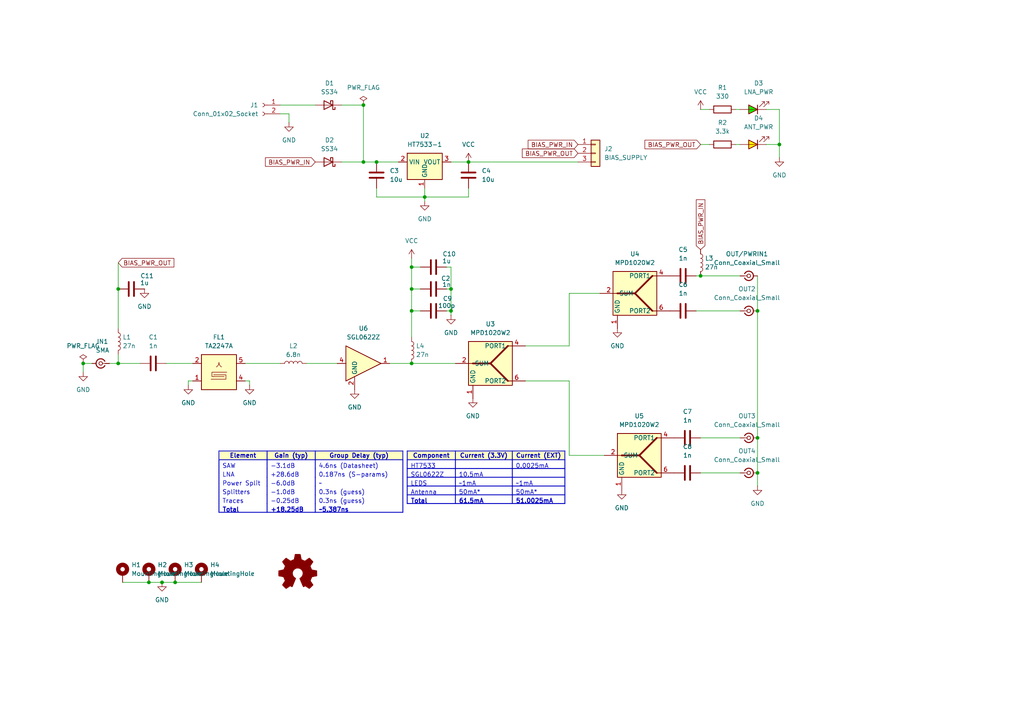
<source format=kicad_sch>
(kicad_sch (version 20250114) (generator "eeschema") (generator_version "9.0")
  (paper "A4")
  (title_block (title "4-way GNSS Distribution Amplifier") (date "2025-11-11") (rev "1") (company "VE7XEN"))
  (lib_symbols
    (symbol "Connector:Conn_01x02_Socket" (pin_names (offset 1.016) (hide yes))
      (property "Reference" "J" (at 0 2.54 0))
      (property "Value" "Conn_01x02_Socket" (at 0 -5.08 0))
      (symbol "Conn_01x02_Socket_1_1"
        (polyline (pts (xy -1.27 0) (xy -0.508 0)) (stroke (width 0.1524)))
        (polyline (pts (xy -1.27 -2.54) (xy -0.508 -2.54)) (stroke (width 0.1524)))
        (arc (start 0 -0.508) (mid -0.5058 0) (end 0 0.508) (stroke (width 0.1524)))
        (arc (start 0 -3.048) (mid -0.5058 -2.54) (end 0 -2.032) (stroke (width 0.1524)))
        (pin passive line (at -5.08 0 0) (length 3.81) (name "Pin_1") (number "1"))
        (pin passive line (at -5.08 -2.54 0) (length 3.81) (name "Pin_2") (number "2"))
      )
    )
    (symbol "Connector:Conn_Coaxial_Small" (pin_numbers (hide yes)) (pin_names (offset 1.016) (hide yes))
      (property "Reference" "J" (at 0.254 3.048 0))
      (property "Value" "Conn_Coaxial_Small" (at 0 -3.81 0))
      (symbol "Conn_Coaxial_Small_0_1"
        (polyline (pts (xy -2.54 0) (xy -0.508 0)))
        (circle (center 0 0) (radius 0.508) (stroke (width 0.2032)))
      )
      (symbol "Conn_Coaxial_Small_1_1"
        (arc (start 1.3484 0.0039) (mid 0.327 -1.308) (end -1.1916 -0.6311) (stroke (width 0.3048)))
        (arc (start -1.1916 0.6311) (mid 0.327 1.3081) (end 1.3484 -0.0039) (stroke (width 0.3048)))
        (pin passive line (at -2.54 0 0) (length 1.27) (name "In") (number "1"))
        (pin passive line (at 2.54 0 180) (length 1.27) (name "Ext") (number "2"))
      )
    )
    (symbol "Connector_Generic:Conn_01x03" (pin_names (offset 1.016) (hide yes))
      (property "Reference" "J" (at 0 5.08 0))
      (property "Value" "Conn_01x03" (at 0 -5.08 0))
      (symbol "Conn_01x03_1_1"
        (rectangle (start -1.27 3.81) (end 1.27 -3.81) (stroke (width 0.254)) (fill (type background)))
        (rectangle (start -1.27 2.667) (end 0 2.413) (stroke (width 0.1524)))
        (rectangle (start -1.27 0.127) (end 0 -0.127) (stroke (width 0.1524)))
        (rectangle (start -1.27 -2.413) (end 0 -2.667) (stroke (width 0.1524)))
        (pin passive line (at -5.08 2.54 0) (length 3.81) (name "Pin_1") (number "1"))
        (pin passive line (at -5.08 0 0) (length 3.81) (name "Pin_2") (number "2"))
        (pin passive line (at -5.08 -2.54 0) (length 3.81) (name "Pin_3") (number "3"))
      )
    )
    (symbol "Device:C" (pin_numbers (hide yes)) (pin_names (offset 0.254))
      (property "Reference" "C" (at 0.635 2.54 0))
      (property "Value" "C" (at 0.635 -2.54 0))
      (symbol "C_0_1"
        (polyline (pts (xy -2.032 0.762) (xy 2.032 0.762)) (stroke (width 0.508)))
        (polyline (pts (xy -2.032 -0.762) (xy 2.032 -0.762)) (stroke (width 0.508)))
      )
      (symbol "C_1_1"
        (pin passive line (at 0 3.81 270) (length 2.794) (name "~") (number "1"))
        (pin passive line (at 0 -3.81 90) (length 2.794) (name "~") (number "2"))
      )
    )
    (symbol "Device:L" (pin_numbers (hide yes)) (pin_names (offset 1.016) (hide yes))
      (property "Reference" "L" (at -1.27 0 90))
      (property "Value" "L" (at 1.905 0 90))
      (symbol "L_0_1"
        (arc (start 0 2.54) (mid 0.6323 1.905) (end 0 1.27))
        (arc (start 0 1.27) (mid 0.6323 0.635) (end 0 0))
        (arc (start 0 0) (mid 0.6323 -0.635) (end 0 -1.27))
        (arc (start 0 -1.27) (mid 0.6323 -1.905) (end 0 -2.54))
      )
      (symbol "L_1_1"
        (pin passive line (at 0 3.81 270) (length 1.27) (name "1") (number "1"))
        (pin passive line (at 0 -3.81 90) (length 1.27) (name "2") (number "2"))
      )
    )
    (symbol "Device:LED" (pin_numbers (hide yes)) (pin_names (offset 1.016) (hide yes))
      (property "Reference" "D4" (at -1.5875 -7.62 0))
      (property "Value" "ANT_PWR" (at -1.5875 -5.08 0))
      (symbol "LED_0_1"
        (polyline (pts (xy -3.048 -0.762) (xy -4.572 -2.286) (xy -3.81 -2.286) (xy -4.572 -2.286) (xy -4.572 -1.524)))
        (polyline (pts (xy -1.778 -0.762) (xy -3.302 -2.286) (xy -2.54 -2.286) (xy -3.302 -2.286) (xy -3.302 -1.524)))
        (polyline (pts (xy -1.27 0) (xy 1.27 0)))
        (polyline (pts (xy -1.27 -1.27) (xy -1.27 1.27)) (stroke (width 0.254)))
      )
      (symbol "LED_1_1"
        (polyline (pts (xy 1.27 -1.27) (xy 1.27 1.27) (xy -1.27 0) (xy 1.27 -1.27)) (stroke (width 0.254)) (fill (type color) (color 255 255 0 1)))
        (pin passive line (at -3.81 0 0) (length 2.54) (name "K") (number "1"))
        (pin passive line (at 3.81 0 180) (length 2.54) (name "A") (number "2"))
      )
    )
    (symbol "Device:R" (pin_numbers (hide yes)) (pin_names (offset 0))
      (property "Reference" "R" (at 2.032 0 90))
      (property "Value" "R" (at 0 0 90))
      (symbol "R_0_1"
        (rectangle (start -1.016 -2.54) (end 1.016 2.54) (stroke (width 0.254)))
      )
      (symbol "R_1_1"
        (pin passive line (at 0 3.81 270) (length 1.27) (name "~") (number "1"))
        (pin passive line (at 0 -3.81 90) (length 1.27) (name "~") (number "2"))
      )
    )
    (symbol "Diode:SS34" (pin_numbers (hide yes)) (pin_names (offset 1.016) (hide yes))
      (property "Reference" "D" (at 0 2.54 0))
      (property "Value" "SS34" (at 0 -2.54 0))
      (symbol "SS34_0_1"
        (polyline (pts (xy -1.905 0.635) (xy -1.905 1.27) (xy -1.27 1.27) (xy -1.27 -1.27) (xy -0.635 -1.27) (xy -0.635 -0.635)) (stroke (width 0.254)))
        (polyline (pts (xy 1.27 1.27) (xy 1.27 -1.27) (xy -1.27 0) (xy 1.27 1.27)) (stroke (width 0.254)))
        (polyline (pts (xy 1.27 0) (xy -1.27 0)))
      )
      (symbol "SS34_1_1"
        (pin passive line (at -3.81 0 0) (length 2.54) (name "K") (number "1"))
        (pin passive line (at 3.81 0 180) (length 2.54) (name "A") (number "2"))
      )
    )
    (symbol "Graphic:Logo_Open_Hardware_Small" (in_bom no) (on_board no)
      (symbol "Logo_Open_Hardware_Small_0_1"
        (polyline (pts (xy 3.3528 -4.3434) (xy 3.302 -4.318) (xy 3.175 -4.2418) (xy 2.9972 -4.1148) (xy 2.7686 -3.9624) (xy 2.54 -3.81) (xy 2.3622 -3.7084) (xy 2.2352 -3.6068) (xy 2.1844 -3.5814) (xy 2.159 -3.6068) (xy 2.0574 -3.6576) (xy 1.905 -3.7338) (xy 1.8034 -3.7846) (xy 1.6764 -3.8354) (xy 1.6002 -3.8354) (xy 1.6002 -3.8354) (xy 1.5494 -3.7338) (xy 1.4732 -3.5306) (xy 1.3462 -3.302) (xy 1.2446 -3.0226) (xy 1.1176 -2.7178) (xy 0.9652 -2.413) (xy 0.8636 -2.1082) (xy 0.7366 -1.8288) (xy 0.6604 -1.6256) (xy 0.6096 -1.4732) (xy 0.5842 -1.397) (xy 0.5842 -1.397) (xy 0.6604 -1.3208) (xy 0.7874 -1.2446) (xy 1.0414 -1.016) (xy 1.2954 -0.6858) (xy 1.4478 -0.3302) (xy 1.524 0.0762) (xy 1.4732 0.4572) (xy 1.3208 0.8128) (xy 1.0668 1.143) (xy 0.762 1.3716) (xy 0.4064 1.524) (xy 0 1.5748) (xy -0.381 1.5494) (xy -0.7366 1.397) (xy -1.0668 1.143) (xy -1.2192 0.9906) (xy -1.397 0.6604) (xy -1.524 0.3048) (xy -1.524 0.2286) (xy -1.4986 -0.1778) (xy -1.397 -0.5334) (xy -1.1938 -0.8636) (xy -0.9144 -1.143) (xy -0.8636 -1.1684) (xy -0.7366 -1.27) (xy -0.635 -1.3462) (xy -0.5842 -1.397) (xy -1.0668 -2.5908) (xy -1.143 -2.794) (xy -1.2954 -3.1242) (xy -1.397 -3.4036) (xy -1.4986 -3.6322) (xy -1.5748 -3.7846) (xy -1.6002 -3.8354) (xy -1.6002 -3.8354) (xy -1.651 -3.8354) (xy -1.7272 -3.81) (xy -1.905 -3.7338) (xy -2.0066 -3.683) (xy -2.1336 -3.6068) (xy -2.2098 -3.5814) (xy -2.2606 -3.6068) (xy -2.3622 -3.683) (xy -2.54 -3.81) (xy -2.7686 -3.9624) (xy -2.9718 -4.0894) (xy -3.1496 -4.2164) (xy -3.302 -4.318) (xy -3.3528 -4.3434) (xy -3.3782 -4.3434) (xy -3.429 -4.318) (xy -3.5306 -4.2164) (xy -3.7084 -4.064) (xy -3.937 -3.8354) (xy -3.9624 -3.81) (xy -4.1656 -3.6068) (xy -4.318 -3.4544) (xy -4.4196 -3.3274) (xy -4.445 -3.2766) (xy -4.445 -3.2766) (xy -4.4196 -3.2258) (xy -4.318 -3.0734) (xy -4.2164 -2.8956) (xy -4.064 -2.667) (xy -3.6576 -2.0828) (xy -3.8862 -1.5494) (xy -3.937 -1.3716) (xy -4.0386 -1.1684) (xy -4.0894 -1.0414) (xy -4.1148 -0.9652) (xy -4.191 -0.9398) (xy -4.318 -0.9144) (xy -4.5466 -0.8636) (xy -4.8006 -0.8128) (xy -5.0546 -0.7874) (xy -5.2578 -0.7366) (xy -5.4356 -0.7112) (xy -5.5118 -0.6858) (xy -5.5118 -0.6858) (xy -5.5372 -0.635) (xy -5.5372 -0.5588) (xy -5.5372 -0.4318) (xy -5.5626 -0.2286) (xy -5.5626 0.0762) (xy -5.5626 0.127) (xy -5.5372 0.4064) (xy -5.5372 0.635) (xy -5.5372 0.762) (xy -5.5372 0.8382) (xy -5.5372 0.8382) (xy -5.461 0.8382) (xy -5.3086 0.889) (xy -5.08 0.9144) (xy -4.826 0.9652) (xy -4.8006 0.9906) (xy -4.5466 1.0414) (xy -4.318 1.0668) (xy -4.1656 1.1176) (xy -4.0894 1.143) (xy -4.0894 1.143) (xy -4.0386 1.2446) (xy -3.9624 1.4224) (xy -3.8608 1.6256) (xy -3.7846 1.8288) (xy -3.7084 2.0066) (xy -3.6576 2.159) (xy -3.6322 2.2098) (xy -3.6322 2.2098) (xy -3.683 2.286) (xy -3.7592 2.413) (xy -3.8862 2.5908) (xy -4.064 2.8194) (xy -4.064 2.8448) (xy -4.2164 3.0734) (xy -4.3434 3.2512) (xy -4.4196 3.3782) (xy -4.445 3.4544) (xy -4.445 3.4544) (xy -4.3942 3.5052) (xy -4.2926 3.6322) (xy -4.1148 3.81) (xy -3.937 4.0132) (xy -3.8608 4.064) (xy -3.6576 4.2926) (xy -3.5052 4.4196) (xy -3.4036 4.4958) (xy -3.3528 4.5212) (xy -3.3528 4.5212) (xy -3.302 4.4704) (xy -3.1496 4.3688) (xy -2.9718 4.2418) (xy -2.7432 4.0894) (xy -2.7178 4.0894) (xy -2.4892 3.937) (xy -2.3114 3.81) (xy -2.1844 3.7084) (xy -2.1336 3.683) (xy -2.1082 3.683) (xy -2.032 3.7084) (xy -1.8542 3.7592) (xy -1.6764 3.8354) (xy -1.4732 3.937) (xy -1.27 4.0132) (xy -1.143 4.064) (xy -1.0668 4.1148) (xy -1.0668 4.1148) (xy -1.0414 4.191) (xy -1.016 4.3434) (xy -0.9652 4.572) (xy -0.9144 4.8514) (xy -0.889 4.9022) (xy -0.8382 5.1562) (xy -0.8128 5.3848) (xy -0.7874 5.5372) (xy -0.762 5.588) (xy -0.7112 5.6134) (xy -0.5842 5.6134) (xy -0.4064 5.6134) (xy -0.1524 5.6134) (xy 0.0762 5.6134) (xy 0.3302 5.6134) (xy 0.5334 5.6134) (xy 0.6858 5.588) (xy 0.7366 5.588) (xy 0.7366 5.588) (xy 0.762 5.5118) (xy 0.8128 5.334) (xy 0.8382 5.1054) (xy 0.9144 4.826) (xy 0.9144 4.7752) (xy 0.9652 4.5212) (xy 1.016 4.2926) (xy 1.0414 4.1402) (xy 1.0668 4.0894) (xy 1.0668 4.0894) (xy 1.1938 4.0386) (xy 1.3716 3.9624) (xy 1.5748 3.8608) (xy 2.0828 3.6576) (xy 2.7178 4.0894) (xy 2.7686 4.1402) (xy 2.9972 4.2926) (xy 3.175 4.4196) (xy 3.302 4.4958) (xy 3.3782 4.5212) (xy 3.3782 4.5212) (xy 3.429 4.4704) (xy 3.556 4.3434) (xy 3.7338 4.191) (xy 3.9116 3.9878) (xy 4.064 3.8354) (xy 4.2418 3.6576) (xy 4.3434 3.556) (xy 4.4196 3.4798) (xy 4.4196 3.429) (xy 4.4196 3.4036) (xy 4.3942 3.3274) (xy 4.2926 3.2004) (xy 4.1656 2.9972) (xy 4.0132 2.794) (xy 3.8862 2.5908) (xy 3.7592 2.3876) (xy 3.6576 2.2352) (xy 3.6322 2.159) (xy 3.6322 2.1336) (xy 3.683 2.0066) (xy 3.7592 1.8288) (xy 3.8608 1.6002) (xy 4.064 1.1176) (xy 4.3942 1.0414) (xy 4.5974 1.016) (xy 4.8768 0.9652) (xy 5.1308 0.9144) (xy 5.5372 0.8382) (xy 5.5626 -0.6604) (xy 5.4864 -0.6858) (xy 5.4356 -0.6858) (xy 5.2832 -0.7366) (xy 5.0546 -0.762) (xy 4.8006 -0.8128) (xy 4.5974 -0.8636) (xy 4.3688 -0.9144) (xy 4.2164 -0.9398) (xy 4.1402 -0.9398) (xy 4.1148 -0.9652) (xy 4.064 -1.0668) (xy 3.9878 -1.2446) (xy 3.9116 -1.4478) (xy 3.81 -1.651) (xy 3.7338 -1.8542) (xy 3.683 -2.0066) (xy 3.6576 -2.0828) (xy 3.683 -2.1336) (xy 3.7846 -2.2606) (xy 3.8862 -2.4638) (xy 4.0386 -2.667) (xy 4.191 -2.8956) (xy 4.318 -3.0734) (xy 4.3942 -3.2004) (xy 4.445 -3.2766) (xy 4.4196 -3.3274) (xy 4.3434 -3.429) (xy 4.1656 -3.5814) (xy 3.937 -3.8354) (xy 3.8862 -3.8608) (xy 3.683 -4.064) (xy 3.5306 -4.2164) (xy 3.4036 -4.318) (xy 3.3528 -4.3434)) (fill (type outline)))
      )
    )
    (symbol "LED_1" (pin_numbers (hide yes)) (pin_names (offset 1.016) (hide yes))
      (property "Reference" "D3" (at -1.5875 -7.62 0))
      (property "Value" "LNA" (at -1.5875 -5.08 0))
      (symbol "LED_1_0_1"
        (polyline (pts (xy -3.048 -0.762) (xy -4.572 -2.286) (xy -3.81 -2.286) (xy -4.572 -2.286) (xy -4.572 -1.524)))
        (polyline (pts (xy -1.778 -0.762) (xy -3.302 -2.286) (xy -2.54 -2.286) (xy -3.302 -2.286) (xy -3.302 -1.524)))
        (polyline (pts (xy -1.27 0) (xy 1.27 0)))
        (polyline (pts (xy -1.27 -1.27) (xy -1.27 1.27)) (stroke (width 0.254)))
      )
      (symbol "LED_1_1_1"
        (polyline (pts (xy 1.27 -1.27) (xy 1.27 1.27) (xy -1.27 0) (xy 1.27 -1.27)) (stroke (width 0.254)) (fill (type color) (color 0 255 0 1)))
        (pin passive line (at -3.81 0 0) (length 2.54) (name "K") (number "1"))
        (pin passive line (at 3.81 0 180) (length 2.54) (name "A") (number "2"))
      )
    )
    (symbol "Mechanical:MountingHole_Pad" (pin_numbers (hide yes)) (pin_names (offset 1.016) (hide yes)) (in_bom no)
      (property "Reference" "H" (at 0 6.35 0))
      (property "Value" "MountingHole_Pad" (at 0 4.445 0))
      (symbol "MountingHole_Pad_0_1"
        (circle (center 0 1.27) (radius 1.27) (stroke (width 1.27)))
      )
      (symbol "MountingHole_Pad_1_1"
        (pin input line (at 0 -2.54 90) (length 2.54) (name "1") (number "1"))
      )
    )
    (symbol "RF_Amplifier:SGL0622Z"
      (property "Reference" "U" (at -5.08 8.89 0))
      (property "Value" "SGL0622Z" (at -1.27 6.35 0))
      (symbol "SGL0622Z_0_0"
        (pin passive line (at -2.54 -7.62 90) (length 5.08) (hide yes) (name "GND") (number "9"))
      )
      (symbol "SGL0622Z_1_1"
        (polyline (pts (xy 5.08 0) (xy -5.08 5.08) (xy -5.08 -5.08) (xy 5.08 0)) (stroke (width 0.254)) (fill (type background)))
        (pin input line (at -7.62 0 0) (length 2.54) (name "~") (number "4"))
        (pin power_in line (at -2.54 -7.62 90) (length 3.81) (name "GND") (number "2"))
        (pin passive line (at -2.54 -7.62 90) (length 2.54) (hide yes) (name "GND") (number "3"))
        (pin passive line (at -2.54 -7.62 90) (length 2.54) (hide yes) (name "GND") (number "5"))
        (pin passive line (at -2.54 -7.62 90) (length 2.54) (hide yes) (name "GND") (number "6"))
        (pin passive line (at -2.54 -7.62 90) (length 2.54) (hide yes) (name "GND") (number "7"))
        (pin passive line (at -2.54 -7.62 90) (length 2.54) (hide yes) (name "GND") (number "8"))
        (pin output line (at 7.62 0 180) (length 2.54) (name "~") (number "1"))
      )
    )
    (symbol "Regulator_Linear:HT75xx-1-SOT89"
      (property "Reference" "U" (at -5.08 -3.81 0))
      (property "Value" "HT75xx-1-SOT89" (at 0 6.35 0))
      (symbol "HT75xx-1-SOT89_0_1"
        (rectangle (start -5.08 5.08) (end 5.08 -2.54) (stroke (width 0.254)) (fill (type background)))
      )
      (symbol "HT75xx-1-SOT89_1_1"
        (pin power_in line (at -7.62 2.54 0) (length 2.54) (name "VIN") (number "2"))
        (pin power_in line (at 0 -5.08 90) (length 2.54) (name "GND") (number "1"))
        (pin power_out line (at 7.62 2.54 180) (length 2.54) (name "VOUT") (number "3"))
      )
    )
    (symbol "power:GND" (power) (pin_numbers (hide yes)) (pin_names (offset 0) (hide yes))
      (property "Value" "GND" (at 0 -3.81 0))
      (symbol "GND_0_1"
        (polyline (pts (xy 0 0) (xy 0 -1.27) (xy 1.27 -1.27) (xy 0 -2.54) (xy -1.27 -1.27) (xy 0 -1.27)))
      )
      (symbol "GND_1_1"
        (pin power_in line (at 0 0 270) (length 0) (name "~") (number "1"))
      )
    )
    (symbol "power:PWR_FLAG" (power) (pin_numbers (hide yes)) (pin_names (offset 0) (hide yes))
      (property "Value" "PWR_FLAG" (at 0 3.81 0))
      (symbol "PWR_FLAG_0_0"
        (pin power_out line (at 0 0 90) (length 0) (name "~") (number "1"))
      )
      (symbol "PWR_FLAG_0_1"
        (polyline (pts (xy 0 0) (xy 0 1.27) (xy -1.016 1.905) (xy 0 2.54) (xy 1.016 1.905) (xy 0 1.27)))
      )
    )
    (symbol "power:VCC" (power) (pin_numbers (hide yes)) (pin_names (offset 0) (hide yes))
      (property "Value" "VCC" (at 0 3.556 0))
      (symbol "VCC_0_1"
        (polyline (pts (xy -0.762 1.27) (xy 0 2.54)))
        (polyline (pts (xy 0 2.54) (xy 0.762 1.27)))
        (polyline (pts (xy 0 0) (xy 0 2.54)))
      )
      (symbol "VCC_1_1"
        (pin power_in line (at 0 0 90) (length 0) (name "~") (number "1"))
      )
    )
    (symbol "projlib:MPD1020W2"
      (property "Reference" "U" (at -6.35 7.62 0))
      (property "Value" "MPD1020W2" (at 6.35 7.62 0))
      (symbol "MPD1020W2_0_1"
        (rectangle (start -6.35 6.35) (end 6.35 -6.35) (stroke (width 0.254)) (fill (type background)))
        (polyline (pts (xy -5.08 0) (xy 0 0) (xy 5.08 5.08)) (stroke (width 0.508)))
        (polyline (pts (xy 0 0) (xy 5.08 -5.08)) (stroke (width 0.508)))
      )
      (symbol "MPD1020W2_1_1"
        (pin passive line (at -10.16 0 0) (length 5.08) (name "SUM") (number "2"))
        (pin passive line (at -5.08 -10.16 90) (length 3.81) (name "GND") (number "1"))
        (pin passive line (at -5.08 -10.16 90) (length 3.81) (hide yes) (name "GND") (number "3"))
        (pin passive line (at -5.08 -10.16 90) (length 3.81) (hide yes) (name "GND") (number "5"))
        (pin passive line (at -5.08 -10.16 90) (length 3.81) (hide yes) (name "GND") (number "7"))
        (pin passive line (at 10.16 5.08 180) (length 5.08) (name "PORT1") (number "4"))
        (pin passive line (at 10.16 -5.08 180) (length 5.08) (name "PORT2") (number "6"))
      )
    )
    (symbol "projlib:TA2247A" (pin_names (offset 1.016))
      (property "Reference" "FL" (at 2.54 -6.35 0))
      (property "Value" "TA2247A" (at 0 6.35 0))
      (symbol "TA2247A_0_1"
        (rectangle (start -5.08 5.08) (end 5.08 -5.08) (stroke (width 0.254)) (fill (type background)))
        (polyline (pts (xy -1.524 -0.762) (xy -1.27 -0.762)))
        (polyline (pts (xy -1.524 -1.27) (xy -2.032 -1.27) (xy -2.032 0) (xy 2.286 0)))
        (arc (start 0 2.794) (mid -0.1994 2.05) (end -0.762 1.524))
        (arc (start 0.762 1.524) (mid 0.2071 2.0547) (end 0 2.794))
        (polyline (pts (xy 1.524 -0.762) (xy -1.27 -0.762)))
        (polyline (pts (xy 1.524 -0.762) (xy 2.032 -0.762) (xy 2.032 -2.032) (xy -2.286 -2.032)))
        (polyline (pts (xy 1.524 -1.27) (xy -1.524 -1.27)))
      )
      (symbol "TA2247A_1_1"
        (pin passive line (at -7.62 2.54 0) (length 2.54) (name "~") (number "2"))
        (pin passive line (at -7.62 -2.54 0) (length 2.54) (name "~") (number "1"))
        (pin passive line (at -7.62 -2.54 0) (length 2.54) (hide yes) (name "~") (number "3"))
        (pin passive line (at 7.62 2.54 180) (length 2.54) (name "~") (number "5"))
        (pin passive line (at 7.62 -2.54 180) (length 2.54) (name "~") (number "4"))
        (pin passive line (at 7.62 -2.54 180) (length 2.54) (hide yes) (name "~") (number "6"))
      )
    )
  )
  (junction (at 130.81 83.82))
  (junction (at 203.2 80.01))
  (junction (at 109.22 46.99))
  (junction (at 226.06 41.91))
  (junction (at 135.89 46.99))
  (junction (at 43.18 168.91))
  (junction (at 46.99 168.91))
  (junction (at 50.8 168.91))
  (junction (at 119.38 77.47))
  (junction (at 130.81 90.17))
  (junction (at 119.38 105.41))
  (junction (at 34.29 83.82))
  (junction (at 219.71 137.16))
  (junction (at 105.41 46.99))
  (junction (at 34.29 105.41))
  (junction (at 105.41 30.48))
  (junction (at 219.71 127))
  (junction (at 123.19 57.15))
  (junction (at 119.38 90.17))
  (junction (at 119.38 83.82))
  (junction (at 219.71 90.17))
  (junction (at 24.13 105.41))
  (wire (pts (xy 219.71 90.17) (xy 219.71 127)))
  (wire (pts (xy 43.18 168.91) (xy 46.99 168.91)))
  (wire (pts (xy 123.19 57.15) (xy 135.89 57.15)))
  (wire (pts (xy 26.67 105.41) (xy 24.13 105.41)))
  (wire (pts (xy 81.28 30.48) (xy 91.44 30.48)))
  (wire (pts (xy 130.81 90.17) (xy 130.81 91.44)))
  (wire (pts (xy 213.36 41.91) (xy 214.63 41.91)))
  (wire (pts (xy 130.81 83.82) (xy 130.81 90.17)))
  (wire (pts (xy 203.2 80.01) (xy 214.63 80.01)))
  (wire (pts (xy 71.12 110.49) (xy 72.39 110.49)))
  (wire (pts (xy 219.71 127) (xy 219.71 137.16)))
  (wire (pts (xy 119.38 83.82) (xy 121.92 83.82)))
  (wire (pts (xy 119.38 105.41) (xy 132.08 105.41)))
  (wire (pts (xy 34.29 105.41) (xy 40.64 105.41)))
  (wire (pts (xy 123.19 57.15) (xy 123.19 58.42)))
  (wire (pts (xy 35.56 168.91) (xy 43.18 168.91)))
  (wire (pts (xy 129.54 77.47) (xy 130.81 77.47)))
  (wire (pts (xy 83.82 33.02) (xy 83.82 35.56)))
  (wire (pts (xy 129.54 90.17) (xy 130.81 90.17)))
  (wire (pts (xy 99.06 30.48) (xy 105.41 30.48)))
  (wire (pts (xy 201.93 90.17) (xy 214.63 90.17)))
  (wire (pts (xy 135.89 54.61) (xy 135.89 57.15)))
  (wire (pts (xy 34.29 76.2) (xy 34.29 83.82)))
  (wire (pts (xy 123.19 54.61) (xy 123.19 57.15)))
  (wire (pts (xy 222.25 31.75) (xy 226.06 31.75)))
  (wire (pts (xy 34.29 83.82) (xy 34.29 95.25)))
  (wire (pts (xy 203.2 127) (xy 214.63 127)))
  (wire (pts (xy 203.2 137.16) (xy 214.63 137.16)))
  (wire (pts (xy 24.13 105.41) (xy 24.13 107.95)))
  (wire (pts (xy 48.26 105.41) (xy 55.88 105.41)))
  (wire (pts (xy 129.54 83.82) (xy 130.81 83.82)))
  (wire (pts (xy 119.38 77.47) (xy 121.92 77.47)))
  (wire (pts (xy 81.28 33.02) (xy 83.82 33.02)))
  (wire (pts (xy 165.1 100.33) (xy 165.1 85.09)))
  (wire (pts (xy 113.03 105.41) (xy 119.38 105.41)))
  (wire (pts (xy 152.4 110.49) (xy 165.1 110.49)))
  (wire (pts (xy 50.8 168.91) (xy 58.42 168.91)))
  (wire (pts (xy 119.38 90.17) (xy 121.92 90.17)))
  (wire (pts (xy 152.4 100.33) (xy 165.1 100.33)))
  (wire (pts (xy 222.25 41.91) (xy 226.06 41.91)))
  (wire (pts (xy 72.39 110.49) (xy 72.39 111.76)))
  (wire (pts (xy 34.29 102.87) (xy 34.29 105.41)))
  (wire (pts (xy 54.61 110.49) (xy 54.61 111.76)))
  (wire (pts (xy 119.38 83.82) (xy 119.38 77.47)))
  (wire (pts (xy 109.22 57.15) (xy 123.19 57.15)))
  (wire (pts (xy 88.9 105.41) (xy 97.79 105.41)))
  (wire (pts (xy 55.88 110.49) (xy 54.61 110.49)))
  (wire (pts (xy 130.81 77.47) (xy 130.81 83.82)))
  (wire (pts (xy 46.99 168.91) (xy 50.8 168.91)))
  (wire (pts (xy 105.41 30.48) (xy 105.41 46.99)))
  (wire (pts (xy 119.38 74.93) (xy 119.38 77.47)))
  (wire (pts (xy 109.22 46.99) (xy 115.57 46.99)))
  (wire (pts (xy 219.71 80.01) (xy 219.71 90.17)))
  (wire (pts (xy 130.81 46.99) (xy 135.89 46.99)))
  (wire (pts (xy 165.1 132.08) (xy 175.26 132.08)))
  (wire (pts (xy 109.22 54.61) (xy 109.22 57.15)))
  (wire (pts (xy 219.71 137.16) (xy 219.71 140.97)))
  (wire (pts (xy 99.06 46.99) (xy 105.41 46.99)))
  (wire (pts (xy 226.06 41.91) (xy 226.06 45.72)))
  (wire (pts (xy 119.38 97.79) (xy 119.38 90.17)))
  (wire (pts (xy 203.2 31.75) (xy 205.74 31.75)))
  (wire (pts (xy 201.93 80.01) (xy 203.2 80.01)))
  (wire (pts (xy 165.1 110.49) (xy 165.1 132.08)))
  (wire (pts (xy 135.89 46.99) (xy 167.64 46.99)))
  (wire (pts (xy 34.29 105.41) (xy 31.75 105.41)))
  (wire (pts (xy 105.41 46.99) (xy 109.22 46.99)))
  (wire (pts (xy 226.06 31.75) (xy 226.06 41.91)))
  (wire (pts (xy 71.12 105.41) (xy 81.28 105.41)))
  (wire (pts (xy 205.74 41.91) (xy 203.2 41.91)))
  (wire (pts (xy 213.36 31.75) (xy 214.63 31.75)))
  (wire (pts (xy 119.38 90.17) (xy 119.38 83.82)))
  (wire (pts (xy 165.1 85.09) (xy 173.99 85.09)))
  (table (column_count 3) (border (external yes) (header yes)) (separators (rows yes) (cols yes)) (column_widths 13.97 16.51 15.24) (row_heights 2.54 2.54 2.54 2.54 2.54 2.54) (cells (table_cell "Component" (at 118.11 130.81 0) (size 13.97 2.54) (margins 0.9525 0.9525 0.9525 0.9525) (span 1 1) (fill (type color) (color 255 255 194 1))) (table_cell "Current (3.3V)" (at 132.08 130.81 0) (size 16.51 2.54) (margins 0.9525 0.9525 0.9525 0.9525) (span 1 1) (fill (type color) (color 255 255 194 1))) (table_cell "Current (EXT)" (at 148.59 130.81 0) (size 15.24 2.54) (margins 0.9525 0.9525 0.9525 0.9525) (span 1 1) (fill (type color) (color 255 255 194 1))) (table_cell "HT7533" (at 118.11 133.35 0) (size 13.97 2.54) (margins 0.9525 0.9525 0.9525 0.9525) (span 1 1)) (table_cell "" (at 132.08 133.35 0) (size 16.51 2.54) (margins 0.9525 0.9525 0.9525 0.9525) (span 1 1)) (table_cell "0.0025mA" (at 148.59 133.35 0) (size 15.24 2.54) (margins 0.9525 0.9525 0.9525 0.9525) (span 1 1)) (table_cell "SGL0622Z" (at 118.11 135.89 0) (size 13.97 2.54) (margins 0.9525 0.9525 0.9525 0.9525) (span 1 1)) (table_cell "10.5mA" (at 132.08 135.89 0) (size 16.51 2.54) (margins 0.9525 0.9525 0.9525 0.9525) (span 1 1)) (table_cell "" (at 148.59 135.89 0) (size 15.24 2.54) (margins 0.9525 0.9525 0.9525 0.9525) (span 1 1)) (table_cell "LEDS" (at 118.11 138.43 0) (size 13.97 2.54) (margins 0.9525 0.9525 0.9525 0.9525) (span 1 1)) (table_cell "~1mA" (at 132.08 138.43 0) (size 16.51 2.54) (margins 0.9525 0.9525 0.9525 0.9525) (span 1 1)) (table_cell "~1mA" (at 148.59 138.43 0) (size 15.24 2.54) (margins 0.9525 0.9525 0.9525 0.9525) (span 1 1)) (table_cell "Antenna" (at 118.11 140.97 0) (size 13.97 2.54) (margins 0.9525 0.9525 0.9525 0.9525) (span 1 1)) (table_cell "50mA*" (at 132.08 140.97 0) (size 16.51 2.54) (margins 0.9525 0.9525 0.9525 0.9525) (span 1 1)) (table_cell "50mA*" (at 148.59 140.97 0) (size 15.24 2.54) (margins 0.9525 0.9525 0.9525 0.9525) (span 1 1)) (table_cell "Total" (at 118.11 143.51 0) (size 13.97 2.54) (margins 0.9525 0.9525 0.9525 0.9525) (span 1 1)) (table_cell "61.5mA" (at 132.08 143.51 0) (size 16.51 2.54) (margins 0.9525 0.9525 0.9525 0.9525) (span 1 1)) (table_cell "51.0025mA" (at 148.59 143.51 0) (size 15.24 2.54) (margins 0.9525 0.9525 0.9525 0.9525) (span 1 1))))
  (table (column_count 3) (border (external yes) (header yes)) (separators (rows no) (cols yes)) (column_widths 13.97 13.97 25.4) (row_heights 2.54 2.54 2.54 2.54 2.54 2.54 2.54) (cells (table_cell "Element" (at 63.5 130.81 0) (size 13.97 2.54) (margins 0.9525 0.9525 0.9525 0.9525) (span 1 1) (fill (type color) (color 255 255 194 1))) (table_cell "Gain (typ)" (at 77.47 130.81 0) (size 13.97 2.54) (margins 0.9525 0.9525 0.9525 0.9525) (span 1 1) (fill (type color) (color 255 255 194 1))) (table_cell "Group Delay (typ)" (at 91.44 130.81 0) (size 25.4 2.54) (margins 0.9525 0.9525 0.9525 0.9525) (span 1 1) (fill (type color) (color 255 255 194 1))) (table_cell "SAW" (at 63.5 133.35 0) (size 13.97 2.54) (margins 0.9525 0.9525 0.9525 0.9525) (span 1 1)) (table_cell "-3.1dB" (at 77.47 133.35 0) (size 13.97 2.54) (margins 0.9525 0.9525 0.9525 0.9525) (span 1 1)) (table_cell "4.6ns (Datasheet)" (at 91.44 133.35 0) (size 25.4 2.54) (margins 0.9525 0.9525 0.9525 0.9525) (span 1 1)) (table_cell "LNA" (at 63.5 135.89 0) (size 13.97 2.54) (margins 0.9525 0.9525 0.9525 0.9525) (span 1 1)) (table_cell "+28.6dB" (at 77.47 135.89 0) (size 13.97 2.54) (margins 0.9525 0.9525 0.9525 0.9525) (span 1 1)) (table_cell "0.187ns (S-params)" (at 91.44 135.89 0) (size 25.4 2.54) (margins 0.9525 0.9525 0.9525 0.9525) (span 1 1)) (table_cell "Power Split" (at 63.5 138.43 0) (size 13.97 2.54) (margins 0.9525 0.9525 0.9525 0.9525) (span 1 1)) (table_cell "-6.0dB" (at 77.47 138.43 0) (size 13.97 2.54) (margins 0.9525 0.9525 0.9525 0.9525) (span 1 1)) (table_cell "~" (at 91.44 138.43 0) (size 25.4 2.54) (margins 0.9525 0.9525 0.9525 0.9525) (span 1 1)) (table_cell "Splitters" (at 63.5 140.97 0) (size 13.97 2.54) (margins 0.9525 0.9525 0.9525 0.9525) (span 1 1)) (table_cell "-1.0dB" (at 77.47 140.97 0) (size 13.97 2.54) (margins 0.9525 0.9525 0.9525 0.9525) (span 1 1)) (table_cell "0.3ns (guess)" (at 91.44 140.97 0) (size 25.4 2.54) (margins 0.9525 0.9525 0.9525 0.9525) (span 1 1)) (table_cell "Traces" (at 63.5 143.51 0) (size 13.97 2.54) (margins 0.9525 0.9525 0.9525 0.9525) (span 1 1)) (table_cell "-0.25dB" (at 77.47 143.51 0) (size 13.97 2.54) (margins 0.9525 0.9525 0.9525 0.9525) (span 1 1)) (table_cell "0.3ns (guess)" (at 91.44 143.51 0) (size 25.4 2.54) (margins 0.9525 0.9525 0.9525 0.9525) (span 1 1)) (table_cell "Total" (at 63.5 146.05 0) (size 13.97 2.54) (margins 0.9525 0.9525 0.9525 0.9525) (span 1 1)) (table_cell "+18.25dB" (at 77.47 146.05 0) (size 13.97 2.54) (margins 0.9525 0.9525 0.9525 0.9525) (span 1 1)) (table_cell "~5.387ns" (at 91.44 146.05 0) (size 25.4 2.54) (margins 0.9525 0.9525 0.9525 0.9525) (span 1 1))))
  (global_label "BIAS_PWR_IN" (shape input) (at 203.2 72.39 90) (property "Intersheetrefs" "${INTERSHEET_REFS}" (effects (hide yes))))
  (global_label "BIAS_PWR_IN" (shape input) (at 91.44 46.99 180) (property "Intersheetrefs" "${INTERSHEET_REFS}" (effects (hide yes))))
  (global_label "BIAS_PWR_IN" (shape input) (at 167.64 41.91 180) (property "Intersheetrefs" "${INTERSHEET_REFS}" (effects (hide yes))))
  (global_label "BIAS_PWR_OUT" (shape input) (at 34.29 76.2 0) (property "Intersheetrefs" "${INTERSHEET_REFS}" (effects (hide yes))))
  (global_label "BIAS_PWR_OUT" (shape input) (at 203.2 41.91 180) (property "Intersheetrefs" "${INTERSHEET_REFS}" (effects (hide yes))))
  (global_label "BIAS_PWR_OUT" (shape input) (at 167.64 44.45 180) (property "Intersheetrefs" "${INTERSHEET_REFS}" (effects (hide yes))))
  (symbol (lib_id "Connector:Conn_Coaxial_Small") (at 217.17 127 0) (unit 1)
    (property "Reference" "OUT3" (at 216.6504 120.65 0))
    (property "Value" "Conn_Coaxial_Small" (at 216.6504 123.19 0))
    (property "Footprint" "Connector_Coaxial:SMA_BAT_Wireless_BWSMA-KWE-Z001" (effects (hide yes)))
    (property "Description" "small coaxial connector (BNC, SMA, SMB, SMC, Cinch/RCA, LEMO, ...)" (effects (hide yes)))
  )
  (symbol (lib_id "projlib:MPD1020W2") (at 142.24 105.41 0) (unit 1)
    (property "Reference" "U3" (at 142.24 93.98 0))
    (property "Value" "MPD1020W2" (at 142.24 96.52 0))
    (property "Footprint" "projlib:DFN-6-1EP_2x2mm_P0.65mm_EP0.6x1.37mm" (effects (hide yes)))
    (property "Datasheet" "https://www.lcsc.com/datasheet/C42431993.pdf" (effects (hide yes)))
    (property "Description" "Power splitter combiner, 1 to 2 GHz, 2 way, 50 ohm, 1W" (effects (hide yes)))
    (property "LCSC" "C42431993" (effects (hide yes)))
    (property "JLCRotOffset" "0" (effects (hide yes)))
  )
  (symbol (lib_id "projlib:MPD1020W2") (at 184.15 85.09 0) (unit 1)
    (property "Reference" "U4" (at 184.15 73.66 0))
    (property "Value" "MPD1020W2" (at 184.15 76.2 0))
    (property "Footprint" "projlib:DFN-6-1EP_2x2mm_P0.65mm_EP0.6x1.37mm" (effects (hide yes)))
    (property "Datasheet" "https://www.lcsc.com/datasheet/C42431993.pdf" (effects (hide yes)))
    (property "Description" "Power splitter combiner, 1 to 2 GHz, 2 way, 50 ohm, 1W" (effects (hide yes)))
    (property "LCSC" "C42431993" (effects (hide yes)))
    (property "JLCRotOffset" "0" (effects (hide yes)))
  )
  (symbol (lib_id "Device:C") (at 135.89 50.8 0) (unit 1)
    (property "Reference" "C4" (at 139.7 49.5299 0) (effects (justify left)))
    (property "Value" "10u" (at 139.7 52.0699 0) (effects (justify left)))
    (property "Footprint" "Capacitor_SMD:C_0805_2012Metric" (effects (hide yes)))
    (property "Description" "Unpolarized capacitor" (effects (hide yes)))
    (property "LCSC" "C15850" (effects (hide yes)))
  )
  (symbol (lib_id "Graphic:Logo_Open_Hardware_Small") (at 86.36 166.37 0) (unit 1) (exclude_from_sim yes) (in_bom no)
    (property "Reference" "#SYM1" (effects (hide yes)))
    (property "Value" "Logo_Open_Hardware_Small" (effects (hide yes)))
    (property "Footprint" "Symbol:OSHW-Logo2_7.3x6mm_Copper" (effects (hide yes)))
    (property "Description" "Open Hardware logo, small" (effects (hide yes)))
  )
  (symbol (lib_id "Device:L") (at 203.2 76.2 0) (unit 1)
    (property "Reference" "L3" (at 204.47 74.9299 0) (effects (justify left)))
    (property "Value" "27n" (at 204.47 77.4699 0) (effects (justify left)))
    (property "Footprint" "Inductor_SMD:L_0805_2012Metric" (effects (hide yes)))
    (property "Description" "Inductor" (effects (hide yes)))
    (property "LCSC" "C361615" (effects (hide yes)))
  )
  (symbol (lib_id "Mechanical:MountingHole_Pad") (at 58.42 166.37 0) (unit 1) (in_bom no)
    (property "Reference" "H4" (at 60.96 163.8299 0) (effects (justify left)))
    (property "Value" "MountingHole" (at 60.96 166.3699 0) (effects (justify left)))
    (property "Footprint" "MountingHole:MountingHole_3.2mm_M3_ISO14580_Pad_TopBottom" (effects (hide yes)))
    (property "Description" "Mounting Hole with connection" (effects (hide yes)))
  )
  (symbol (lib_id "power:GND") (at 46.99 168.91 0) (unit 1)
    (property "Reference" "#PWR017" (effects (hide yes)))
    (property "Value" "GND" (at 46.99 173.99 0))
    (property "Description" "Power symbol creates a global label with name \"GND\" , ground" (effects (hide yes)))
  )
  (symbol (lib_id "power:VCC") (at 119.38 74.93 0) (unit 1)
    (property "Reference" "#PWR05" (effects (hide yes)))
    (property "Value" "VCC" (at 119.38 69.85 0))
    (property "Description" "Power symbol creates a global label with name \"VCC\"" (effects (hide yes)))
  )
  (symbol (lib_id "Device:C") (at 199.39 127 90) (unit 1)
    (property "Reference" "C7" (at 199.39 119.38 90))
    (property "Value" "1n" (at 199.39 121.92 90))
    (property "Footprint" "Capacitor_SMD:C_0603_1608Metric" (effects (hide yes)))
    (property "Description" "Unpolarized capacitor" (effects (hide yes)))
    (property "LCSC" "C1588" (effects (hide yes)))
  )
  (symbol (lib_id "Diode:SS34") (at 95.25 46.99 180) (unit 1)
    (property "Reference" "D2" (at 95.5675 40.64 0))
    (property "Value" "SS34" (at 95.5675 43.18 0))
    (property "Footprint" "Diode_SMD:D_SMA" (effects (hide yes)))
    (property "Datasheet" "https://www.vishay.com/docs/88751/ss32.pdf" (effects (hide yes)))
    (property "Description" "40V 3A Schottky Diode, SMA" (effects (hide yes)))
    (property "LCSC" "C8678" (effects (hide yes)))
  )
  (symbol (lib_id "Device:R") (at 209.55 31.75 90) (unit 1)
    (property "Reference" "R1" (at 209.55 25.4 90))
    (property "Value" "330" (at 209.55 27.94 90))
    (property "Footprint" "Resistor_SMD:R_0603_1608Metric" (effects (hide yes)))
    (property "Description" "Resistor" (effects (hide yes)))
    (property "LCSC" "C23138" (effects (hide yes)))
  )
  (symbol (lib_id "Device:C") (at 198.12 90.17 90) (unit 1)
    (property "Reference" "C6" (at 198.12 82.55 90))
    (property "Value" "1n" (at 198.12 85.09 90))
    (property "Footprint" "Capacitor_SMD:C_0603_1608Metric" (effects (hide yes)))
    (property "Description" "Unpolarized capacitor" (effects (hide yes)))
    (property "LCSC" "C1588" (effects (hide yes)))
  )
  (symbol (lib_id "Connector:Conn_01x02_Socket") (at 76.2 30.48 0) (mirror y) (unit 1)
    (property "Reference" "J1" (at 74.93 30.4799 0) (effects (justify left)))
    (property "Value" "Conn_01x02_Socket" (at 74.93 33.0199 0) (effects (justify left)))
    (property "Footprint" "Connector_Molex:Molex_PicoBlade_53047-0210_1x02_P1.25mm_Vertical" (effects (hide yes)))
    (property "Description" "Generic connector, single row, 01x02, script generated" (effects (hide yes)))
  )
  (symbol (lib_id "power:GND") (at 180.34 142.24 0) (unit 1)
    (property "Reference" "#PWR012" (effects (hide yes)))
    (property "Value" "GND" (at 180.34 147.32 0))
    (property "Description" "Power symbol creates a global label with name \"GND\" , ground" (effects (hide yes)))
  )
  (symbol (lib_id "power:GND") (at 24.13 107.95 0) (unit 1)
    (property "Reference" "#PWR01" (effects (hide yes)))
    (property "Value" "GND" (at 24.13 113.03 0))
    (property "Description" "Power symbol creates a global label with name \"GND\" , ground" (effects (hide yes)))
  )
  (symbol (lib_id "power:GND") (at 179.07 95.25 0) (unit 1)
    (property "Reference" "#PWR011" (effects (hide yes)))
    (property "Value" "GND" (at 179.07 100.33 0))
    (property "Description" "Power symbol creates a global label with name \"GND\" , ground" (effects (hide yes)))
  )
  (symbol (lib_id "Mechanical:MountingHole_Pad") (at 35.56 166.37 0) (unit 1) (in_bom no)
    (property "Reference" "H1" (at 38.1 163.8299 0) (effects (justify left)))
    (property "Value" "MountingHole" (at 38.1 166.3699 0) (effects (justify left)))
    (property "Footprint" "MountingHole:MountingHole_3.2mm_M3_ISO14580_Pad_TopBottom" (effects (hide yes)))
    (property "Description" "Mounting Hole with connection" (effects (hide yes)))
  )
  (symbol (lib_id "Device:C") (at 125.73 77.47 90) (unit 1)
    (property "Reference" "C10" (at 130.302 73.66 90))
    (property "Value" "1u" (at 129.54 75.692 90))
    (property "Footprint" "Capacitor_SMD:C_0805_2012Metric" (effects (hide yes)))
    (property "Description" "Unpolarized capacitor" (effects (hide yes)))
    (property "LCSC" "C28323" (effects (hide yes)))
  )
  (symbol (lib_id "power:GND") (at 130.81 91.44 0) (unit 1)
    (property "Reference" "#PWR06" (effects (hide yes)))
    (property "Value" "GND" (at 130.81 96.52 0))
    (property "Description" "Power symbol creates a global label with name \"GND\" , ground" (effects (hide yes)))
  )
  (symbol (lib_id "Device:L") (at 85.09 105.41 90) (unit 1)
    (property "Reference" "L2" (at 85.09 100.33 90))
    (property "Value" "6.8n" (at 85.09 102.87 90))
    (property "Footprint" "Inductor_SMD:L_0603_1608Metric" (effects (hide yes)))
    (property "Description" "Inductor" (effects (hide yes)))
    (property "LCSC" "C882493" (effects (hide yes)))
  )
  (symbol (lib_id "Connector:Conn_Coaxial_Small") (at 217.17 137.16 0) (unit 1)
    (property "Reference" "OUT4" (at 216.6504 130.81 0))
    (property "Value" "Conn_Coaxial_Small" (at 216.6504 133.35 0))
    (property "Footprint" "Connector_Coaxial:SMA_BAT_Wireless_BWSMA-KWE-Z001" (effects (hide yes)))
    (property "Description" "small coaxial connector (BNC, SMA, SMB, SMC, Cinch/RCA, LEMO, ...)" (effects (hide yes)))
  )
  (symbol (lib_id "power:PWR_FLAG") (at 24.13 105.41 0) (unit 1)
    (property "Reference" "#FLG01" (effects (hide yes)))
    (property "Value" "PWR_FLAG" (at 24.13 100.33 0))
    (property "Description" "Special symbol for telling ERC where power comes from" (effects (hide yes)))
  )
  (symbol (lib_id "Device:LED") (at 218.44 41.91 180) (unit 1)
    (property "Reference" "D4" (at 220.0275 34.29 0))
    (property "Value" "ANT_PWR" (at 220.0275 36.83 0))
    (property "Footprint" "LED_SMD:LED_0805_2012Metric" (effects (hide yes)))
    (property "Description" "Light emitting diode" (effects (hide yes)))
    (property "Sim.Pins" "1=K 2=A" (effects (hide yes)))
    (property "LCSC" "C2296" (effects (hide yes)))
  )
  (symbol (lib_id "projlib:TA2247A") (at 63.5 107.95 0) (unit 1)
    (property "Reference" "FL1" (at 63.5 97.79 0))
    (property "Value" "TA2247A" (at 63.5 100.33 0))
    (property "Footprint" "projlib:Filter_3030-6_3x3mm" (effects (hide yes)))
    (property "Datasheet" "https://www.taisaw.com/assets/PDF/TA2247A%20_Rev.1.0_.pdf" (effects (hide yes)))
    (property "Description" "1565.5MHz 81MHz BW SMD 3.0 x 3.0mm SAW RF Filter" (effects (hide yes)))
    (property "LCSC" "C5160950" (effects (hide yes)))
  )
  (symbol (lib_id "Device:L") (at 34.29 99.06 0) (unit 1)
    (property "Reference" "L1" (at 35.56 97.7899 0) (effects (justify left)))
    (property "Value" "27n" (at 35.56 100.3299 0) (effects (justify left)))
    (property "Footprint" "Inductor_SMD:L_0805_2012Metric" (effects (hide yes)))
    (property "Description" "Inductor" (effects (hide yes)))
    (property "LCSC" "C361615" (effects (hide yes)))
  )
  (symbol (lib_id "power:GND") (at 102.87 113.03 0) (unit 1)
    (property "Reference" "#PWR07" (effects (hide yes)))
    (property "Value" "GND" (at 102.87 118.11 0))
    (property "Description" "Power symbol creates a global label with name \"GND\" , ground" (effects (hide yes)))
  )
  (symbol (lib_id "power:PWR_FLAG") (at 105.41 30.48 0) (unit 1)
    (property "Reference" "#FLG02" (effects (hide yes)))
    (property "Value" "PWR_FLAG" (at 105.41 25.4 0))
    (property "Description" "Special symbol for telling ERC where power comes from" (effects (hide yes)))
  )
  (symbol (lib_id "power:GND") (at 54.61 111.76 0) (unit 1)
    (property "Reference" "#PWR02" (effects (hide yes)))
    (property "Value" "GND" (at 54.61 116.84 0))
    (property "Description" "Power symbol creates a global label with name \"GND\" , ground" (effects (hide yes)))
  )
  (symbol (lib_id "power:GND") (at 226.06 45.72 0) (unit 1)
    (property "Reference" "#PWR015" (effects (hide yes)))
    (property "Value" "GND" (at 226.06 50.8 0))
    (property "Description" "Power symbol creates a global label with name \"GND\" , ground" (effects (hide yes)))
  )
  (symbol (lib_id "power:GND") (at 219.71 140.97 0) (unit 1)
    (property "Reference" "#PWR014" (effects (hide yes)))
    (property "Value" "GND" (at 219.71 146.05 0))
    (property "Description" "Power symbol creates a global label with name \"GND\" , ground" (effects (hide yes)))
  )
  (symbol (lib_id "power:GND") (at 41.91 83.82 0) (unit 1)
    (property "Reference" "#PWR016" (effects (hide yes)))
    (property "Value" "GND" (at 41.91 88.9 0))
    (property "Description" "Power symbol creates a global label with name \"GND\" , ground" (effects (hide yes)))
  )
  (symbol (lib_id "RF_Amplifier:SGL0622Z") (at 105.41 105.41 0) (unit 1)
    (property "Reference" "U6" (at 105.41 95.25 0))
    (property "Value" "SGL0622Z" (at 105.41 97.79 0))
    (property "Footprint" "Package_DFN_QFN:DFN-8-1EP_2x2mm_P0.5mm_EP0.6x1.2mm" (effects (hide yes)))
    (property "Datasheet" "https://www.qorvo.com/products/d/da001879" (effects (hide yes)))
    (property "Description" "5 MHz to 4000 MHz, Low-Noise SiGe HBT MMIC Amplifier, DFN-8" (effects (hide yes)))
    (property "LCSC" "C470895" (effects (hide yes)))
    (property "JLCRotOffset" "0" (effects (hide yes)))
  )
  (symbol (lib_id "Device:C") (at 125.73 90.17 90) (unit 1)
    (property "Reference" "C9" (at 129.794 86.614 90))
    (property "Value" "100p" (at 129.54 88.646 90))
    (property "Footprint" "Capacitor_SMD:C_0603_1608Metric" (effects (hide yes)))
    (property "Description" "Unpolarized capacitor" (effects (hide yes)))
    (property "LCSC" "C14858" (effects (hide yes)))
  )
  (symbol (lib_id "Diode:SS34") (at 95.25 30.48 180) (unit 1)
    (property "Reference" "D1" (at 95.5675 24.13 0))
    (property "Value" "SS34" (at 95.5675 26.67 0))
    (property "Footprint" "Diode_SMD:D_SMA" (effects (hide yes)))
    (property "Datasheet" "https://www.vishay.com/docs/88751/ss32.pdf" (effects (hide yes)))
    (property "Description" "40V 3A Schottky Diode, SMA" (effects (hide yes)))
    (property "LCSC" "C8678" (effects (hide yes)))
  )
  (symbol (lib_id "Device:C") (at 125.73 83.82 90) (unit 1)
    (property "Reference" "C2" (at 129.286 80.772 90))
    (property "Value" "1n" (at 129.54 82.55 90))
    (property "Footprint" "Capacitor_SMD:C_0603_1608Metric" (effects (hide yes)))
    (property "Description" "Unpolarized capacitor" (effects (hide yes)))
    (property "LCSC" "C1588" (effects (hide yes)))
  )
  (symbol (lib_id "power:GND") (at 83.82 35.56 0) (unit 1)
    (property "Reference" "#PWR04" (effects (hide yes)))
    (property "Value" "GND" (at 83.82 40.64 0))
    (property "Description" "Power symbol creates a global label with name \"GND\" , ground" (effects (hide yes)))
  )
  (symbol (lib_id "Device:C") (at 198.12 80.01 90) (unit 1)
    (property "Reference" "C5" (at 198.12 72.39 90))
    (property "Value" "1n" (at 198.12 74.93 90))
    (property "Footprint" "Capacitor_SMD:C_0603_1608Metric" (effects (hide yes)))
    (property "Description" "Unpolarized capacitor" (effects (hide yes)))
    (property "LCSC" "C1588" (effects (hide yes)))
  )
  (symbol (lib_id "Device:C") (at 44.45 105.41 90) (unit 1)
    (property "Reference" "C1" (at 44.45 97.79 90))
    (property "Value" "1n" (at 44.45 100.33 90))
    (property "Footprint" "Capacitor_SMD:C_0603_1608Metric" (effects (hide yes)))
    (property "Description" "Unpolarized capacitor" (effects (hide yes)))
    (property "LCSC" "C1588" (effects (hide yes)))
  )
  (symbol (lib_id "Connector:Conn_Coaxial_Small") (at 217.17 90.17 0) (unit 1)
    (property "Reference" "OUT2" (at 216.6504 83.82 0))
    (property "Value" "Conn_Coaxial_Small" (at 216.6504 86.36 0))
    (property "Footprint" "Connector_Coaxial:SMA_BAT_Wireless_BWSMA-KWE-Z001" (effects (hide yes)))
    (property "Description" "small coaxial connector (BNC, SMA, SMB, SMC, Cinch/RCA, LEMO, ...)" (effects (hide yes)))
  )
  (symbol (lib_id "power:GND") (at 72.39 111.76 0) (unit 1)
    (property "Reference" "#PWR03" (effects (hide yes)))
    (property "Value" "GND" (at 72.39 116.84 0))
    (property "Description" "Power symbol creates a global label with name \"GND\" , ground" (effects (hide yes)))
  )
  (symbol (lib_id "Connector:Conn_Coaxial_Small") (at 29.21 105.41 180) (unit 1)
    (property "Reference" "IN1" (at 29.7295 99.06 0))
    (property "Value" "SMA" (at 29.7295 101.6 0))
    (property "Footprint" "Connector_Coaxial:SMA_BAT_Wireless_BWSMA-KWE-Z001" (effects (hide yes)))
    (property "Description" "small coaxial connector (BNC, SMA, SMB, SMC, Cinch/RCA, LEMO, ...)" (effects (hide yes)))
  )
  (symbol (lib_id "Device:C") (at 199.39 137.16 90) (unit 1)
    (property "Reference" "C8" (at 199.39 129.54 90))
    (property "Value" "1n" (at 199.39 132.08 90))
    (property "Footprint" "Capacitor_SMD:C_0603_1608Metric" (effects (hide yes)))
    (property "Description" "Unpolarized capacitor" (effects (hide yes)))
    (property "LCSC" "C1588" (effects (hide yes)))
  )
  (symbol (lib_id "Device:C") (at 109.22 50.8 0) (unit 1)
    (property "Reference" "C3" (at 113.03 49.5299 0) (effects (justify left)))
    (property "Value" "10u" (at 113.03 52.0699 0) (effects (justify left)))
    (property "Footprint" "Capacitor_SMD:C_0805_2012Metric" (effects (hide yes)))
    (property "Description" "Unpolarized capacitor" (effects (hide yes)))
    (property "LCSC" "C15850" (effects (hide yes)))
  )
  (symbol (lib_id "Mechanical:MountingHole_Pad") (at 43.18 166.37 0) (unit 1) (in_bom no)
    (property "Reference" "H2" (at 45.72 163.8299 0) (effects (justify left)))
    (property "Value" "MountingHole" (at 45.72 166.3699 0) (effects (justify left)))
    (property "Footprint" "MountingHole:MountingHole_3.2mm_M3_ISO14580_Pad_TopBottom" (effects (hide yes)))
    (property "Description" "Mounting Hole with connection" (effects (hide yes)))
  )
  (symbol (lib_id "Connector:Conn_Coaxial_Small") (at 217.17 80.01 0) (unit 1)
    (property "Reference" "OUT/PWRIN1" (at 216.6504 73.66 0))
    (property "Value" "Conn_Coaxial_Small" (at 216.6504 76.2 0))
    (property "Footprint" "Connector_Coaxial:SMA_BAT_Wireless_BWSMA-KWE-Z001" (effects (hide yes)))
    (property "Description" "small coaxial connector (BNC, SMA, SMB, SMC, Cinch/RCA, LEMO, ...)" (effects (hide yes)))
  )
  (symbol (lib_id "power:GND") (at 137.16 115.57 0) (unit 1)
    (property "Reference" "#PWR010" (effects (hide yes)))
    (property "Value" "GND" (at 137.16 120.65 0))
    (property "Description" "Power symbol creates a global label with name \"GND\" , ground" (effects (hide yes)))
  )
  (symbol (lib_id "power:VCC") (at 135.89 46.99 0) (unit 1)
    (property "Reference" "#PWR09" (effects (hide yes)))
    (property "Value" "VCC" (at 135.89 41.91 0))
    (property "Description" "Power symbol creates a global label with name \"VCC\"" (effects (hide yes)))
  )
  (symbol (lib_name "LED_1") (lib_id "Device:LED") (at 218.44 31.75 180) (unit 1)
    (property "Reference" "D3" (at 220.0275 24.13 0))
    (property "Value" "LNA_PWR" (at 220.0275 26.67 0))
    (property "Footprint" "LED_SMD:LED_0805_2012Metric" (effects (hide yes)))
    (property "Description" "Light emitting diode" (effects (hide yes)))
    (property "Sim.Pins" "1=K 2=A" (effects (hide yes)))
    (property "LCSC" "C2297" (effects (hide yes)))
  )
  (symbol (lib_id "Device:L") (at 119.38 101.6 0) (unit 1)
    (property "Reference" "L4" (at 120.65 100.3299 0) (effects (justify left)))
    (property "Value" "27n" (at 120.65 102.8699 0) (effects (justify left)))
    (property "Footprint" "Inductor_SMD:L_0805_2012Metric" (effects (hide yes)))
    (property "Description" "Inductor" (effects (hide yes)))
    (property "LCSC" "C361615" (effects (hide yes)))
  )
  (symbol (lib_id "power:VCC") (at 203.2 31.75 0) (unit 1)
    (property "Reference" "#PWR013" (effects (hide yes)))
    (property "Value" "VCC" (at 203.2 26.67 0))
    (property "Description" "Power symbol creates a global label with name \"VCC\"" (effects (hide yes)))
  )
  (symbol (lib_id "Connector_Generic:Conn_01x03") (at 172.72 44.45 0) (unit 1)
    (property "Reference" "J2" (at 175.26 43.1799 0) (effects (justify left)))
    (property "Value" "BIAS_SUPPLY" (at 175.26 45.7199 0) (effects (justify left)))
    (property "Footprint" "Connector_PinHeader_2.54mm:PinHeader_1x03_P2.54mm_Vertical" (effects (hide yes)))
    (property "Description" "Generic connector, single row, 01x03, script generated (kicad-library-utils/schlib/autogen/connector/)" (effects (hide yes)))
  )
  (symbol (lib_id "Device:C") (at 38.1 83.82 90) (unit 1)
    (property "Reference" "C11" (at 42.672 80.01 90))
    (property "Value" "1u" (at 41.91 82.042 90))
    (property "Footprint" "Capacitor_SMD:C_0805_2012Metric" (effects (hide yes)))
    (property "Description" "Unpolarized capacitor" (effects (hide yes)))
    (property "LCSC" "C1712" (effects (hide yes)))
  )
  (symbol (lib_id "power:GND") (at 123.19 58.42 0) (unit 1)
    (property "Reference" "#PWR08" (effects (hide yes)))
    (property "Value" "GND" (at 123.19 63.5 0))
    (property "Description" "Power symbol creates a global label with name \"GND\" , ground" (effects (hide yes)))
  )
  (symbol (lib_id "Device:R") (at 209.55 41.91 90) (unit 1)
    (property "Reference" "R2" (at 209.55 35.56 90))
    (property "Value" "3.3k" (at 209.55 38.1 90))
    (property "Footprint" "Resistor_SMD:R_0603_1608Metric" (effects (hide yes)))
    (property "Description" "Resistor" (effects (hide yes)))
    (property "LCSC" "C22978" (effects (hide yes)))
  )
  (symbol (lib_id "projlib:MPD1020W2") (at 185.42 132.08 0) (unit 1)
    (property "Reference" "U5" (at 185.42 120.65 0))
    (property "Value" "MPD1020W2" (at 185.42 123.19 0))
    (property "Footprint" "projlib:DFN-6-1EP_2x2mm_P0.65mm_EP0.6x1.37mm" (effects (hide yes)))
    (property "Datasheet" "https://www.lcsc.com/datasheet/C42431993.pdf" (effects (hide yes)))
    (property "Description" "Power splitter combiner, 1 to 2 GHz, 2 way, 50 ohm, 1W" (effects (hide yes)))
    (property "LCSC" "C42431993" (effects (hide yes)))
    (property "JLCRotOffset" "0" (effects (hide yes)))
  )
  (symbol (lib_id "Regulator_Linear:HT75xx-1-SOT89") (at 123.19 49.53 0) (unit 1)
    (property "Reference" "U2" (at 123.19 39.37 0))
    (property "Value" "HT7533-1" (at 123.19 41.91 0))
    (property "Footprint" "Package_TO_SOT_SMD:SOT-89-3" (effects (hide yes)))
    (property "Datasheet" "https://www.holtek.com/documents/10179/116711/HT75xx-1v250.pdf" (effects (hide yes)))
    (property "Description" "100mA Low Dropout Voltage Regulator, Fixed Output, SOT89" (effects (hide yes)))
    (property "LCSC" "C14289" (effects (hide yes)))
  )
  (symbol (lib_id "Mechanical:MountingHole_Pad") (at 50.8 166.37 0) (unit 1) (in_bom no)
    (property "Reference" "H3" (at 53.34 163.8299 0) (effects (justify left)))
    (property "Value" "MountingHole" (at 53.34 166.3699 0) (effects (justify left)))
    (property "Footprint" "MountingHole:MountingHole_3.2mm_M3_ISO14580_Pad_TopBottom" (effects (hide yes)))
    (property "Description" "Mounting Hole with connection" (effects (hide yes)))
  )
)
</source>
